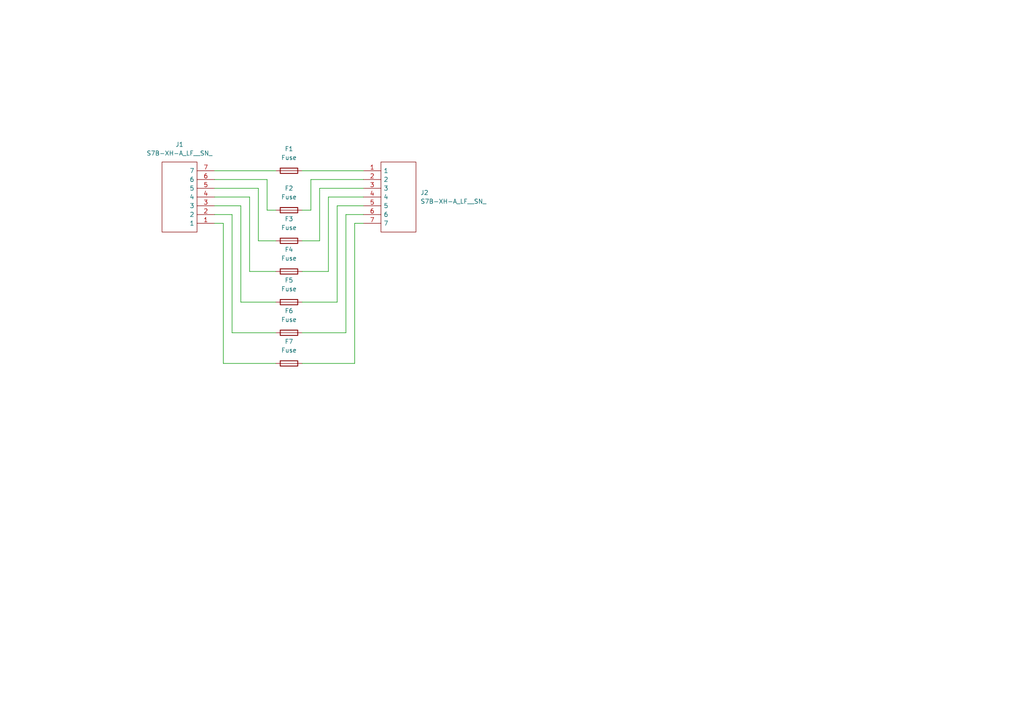
<source format=kicad_sch>
(kicad_sch (version 20230121) (generator eeschema)

  (uuid 37138d2c-05b7-405b-b86c-87feaeb2f6c2)

  (paper "A4")

  (lib_symbols
    (symbol "Device:Fuse" (pin_numbers hide) (pin_names (offset 0)) (in_bom yes) (on_board yes)
      (property "Reference" "F" (at 2.032 0 90)
        (effects (font (size 1.27 1.27)))
      )
      (property "Value" "Fuse" (at -1.905 0 90)
        (effects (font (size 1.27 1.27)))
      )
      (property "Footprint" "" (at -1.778 0 90)
        (effects (font (size 1.27 1.27)) hide)
      )
      (property "Datasheet" "~" (at 0 0 0)
        (effects (font (size 1.27 1.27)) hide)
      )
      (property "ki_keywords" "fuse" (at 0 0 0)
        (effects (font (size 1.27 1.27)) hide)
      )
      (property "ki_description" "Fuse" (at 0 0 0)
        (effects (font (size 1.27 1.27)) hide)
      )
      (property "ki_fp_filters" "*Fuse*" (at 0 0 0)
        (effects (font (size 1.27 1.27)) hide)
      )
      (symbol "Fuse_0_1"
        (rectangle (start -0.762 -2.54) (end 0.762 2.54)
          (stroke (width 0.254) (type default))
          (fill (type none))
        )
        (polyline
          (pts
            (xy 0 2.54)
            (xy 0 -2.54)
          )
          (stroke (width 0) (type default))
          (fill (type none))
        )
      )
      (symbol "Fuse_1_1"
        (pin passive line (at 0 3.81 270) (length 1.27)
          (name "~" (effects (font (size 1.27 1.27))))
          (number "1" (effects (font (size 1.27 1.27))))
        )
        (pin passive line (at 0 -3.81 90) (length 1.27)
          (name "~" (effects (font (size 1.27 1.27))))
          (number "2" (effects (font (size 1.27 1.27))))
        )
      )
    )
    (symbol "SamacSys_Parts:S7B-XH-A_LF__SN_" (pin_names (offset 0.762)) (in_bom yes) (on_board yes)
      (property "Reference" "J" (at 16.51 7.62 0)
        (effects (font (size 1.27 1.27)) (justify left))
      )
      (property "Value" "S7B-XH-A_LF__SN_" (at 16.51 5.08 0)
        (effects (font (size 1.27 1.27)) (justify left))
      )
      (property "Footprint" "SHDRRA7W64P0X250_1X7_1990X1150X610P" (at 16.51 2.54 0)
        (effects (font (size 1.27 1.27)) (justify left) hide)
      )
      (property "Datasheet" "http://uk.rs-online.com/web/p/products/1725001" (at 16.51 0 0)
        (effects (font (size 1.27 1.27)) (justify left) hide)
      )
      (property "Description" "Conn Shrouded Header (4 Sides) HDR 7 POS 2.5mm Solder RA Side Entry Thru-Hole Box" (at 16.51 -2.54 0)
        (effects (font (size 1.27 1.27)) (justify left) hide)
      )
      (property "Height" "6.1" (at 16.51 -5.08 0)
        (effects (font (size 1.27 1.27)) (justify left) hide)
      )
      (property "Manufacturer_Name" "JST (JAPAN SOLDERLESS TERMINALS)" (at 16.51 -7.62 0)
        (effects (font (size 1.27 1.27)) (justify left) hide)
      )
      (property "Manufacturer_Part_Number" "S7B-XH-A(LF)(SN)" (at 16.51 -10.16 0)
        (effects (font (size 1.27 1.27)) (justify left) hide)
      )
      (property "Mouser Part Number" "" (at 16.51 -12.7 0)
        (effects (font (size 1.27 1.27)) (justify left) hide)
      )
      (property "Mouser Price/Stock" "" (at 16.51 -15.24 0)
        (effects (font (size 1.27 1.27)) (justify left) hide)
      )
      (property "Arrow Part Number" "S7B-XH-A(LF)(SN)" (at 16.51 -17.78 0)
        (effects (font (size 1.27 1.27)) (justify left) hide)
      )
      (property "Arrow Price/Stock" "https://www.arrow.com/en/products/s7b-xh-a-lf-sn/jst-manufacturing?region=europe" (at 16.51 -20.32 0)
        (effects (font (size 1.27 1.27)) (justify left) hide)
      )
      (property "Mouser Testing Part Number" "" (at 16.51 -22.86 0)
        (effects (font (size 1.27 1.27)) (justify left) hide)
      )
      (property "Mouser Testing Price/Stock" "" (at 16.51 -25.4 0)
        (effects (font (size 1.27 1.27)) (justify left) hide)
      )
      (property "ki_description" "Conn Shrouded Header (4 Sides) HDR 7 POS 2.5mm Solder RA Side Entry Thru-Hole Box" (at 0 0 0)
        (effects (font (size 1.27 1.27)) hide)
      )
      (symbol "S7B-XH-A_LF__SN__0_0"
        (pin passive line (at 0 0 0) (length 5.08)
          (name "1" (effects (font (size 1.27 1.27))))
          (number "1" (effects (font (size 1.27 1.27))))
        )
        (pin passive line (at 0 -2.54 0) (length 5.08)
          (name "2" (effects (font (size 1.27 1.27))))
          (number "2" (effects (font (size 1.27 1.27))))
        )
        (pin passive line (at 0 -5.08 0) (length 5.08)
          (name "3" (effects (font (size 1.27 1.27))))
          (number "3" (effects (font (size 1.27 1.27))))
        )
        (pin passive line (at 0 -7.62 0) (length 5.08)
          (name "4" (effects (font (size 1.27 1.27))))
          (number "4" (effects (font (size 1.27 1.27))))
        )
        (pin passive line (at 0 -10.16 0) (length 5.08)
          (name "5" (effects (font (size 1.27 1.27))))
          (number "5" (effects (font (size 1.27 1.27))))
        )
        (pin passive line (at 0 -12.7 0) (length 5.08)
          (name "6" (effects (font (size 1.27 1.27))))
          (number "6" (effects (font (size 1.27 1.27))))
        )
        (pin passive line (at 0 -15.24 0) (length 5.08)
          (name "7" (effects (font (size 1.27 1.27))))
          (number "7" (effects (font (size 1.27 1.27))))
        )
      )
      (symbol "S7B-XH-A_LF__SN__0_1"
        (polyline
          (pts
            (xy 5.08 2.54)
            (xy 15.24 2.54)
            (xy 15.24 -17.78)
            (xy 5.08 -17.78)
            (xy 5.08 2.54)
          )
          (stroke (width 0.1524) (type default))
          (fill (type none))
        )
      )
    )
  )


  (wire (pts (xy 100.33 96.52) (xy 87.63 96.52))
    (stroke (width 0) (type default))
    (uuid 03c08c9f-6d1b-4a08-97bb-9acf0f1da72d)
  )
  (wire (pts (xy 64.77 105.41) (xy 80.01 105.41))
    (stroke (width 0) (type default))
    (uuid 0b483e2b-51b8-47d3-bd65-6c43a6f2b164)
  )
  (wire (pts (xy 62.23 49.53) (xy 80.01 49.53))
    (stroke (width 0) (type default))
    (uuid 165e280d-da06-46e5-91ed-46a031db4db3)
  )
  (wire (pts (xy 74.93 54.61) (xy 74.93 69.85))
    (stroke (width 0) (type default))
    (uuid 17c0e4e0-8d06-4164-809d-4d427e6c801f)
  )
  (wire (pts (xy 87.63 49.53) (xy 105.41 49.53))
    (stroke (width 0) (type default))
    (uuid 1bf9f634-4b36-4164-a969-27fac79aac8a)
  )
  (wire (pts (xy 90.17 52.07) (xy 105.41 52.07))
    (stroke (width 0) (type default))
    (uuid 20b58ad0-b055-45b6-a106-87f69fb54759)
  )
  (wire (pts (xy 97.79 87.63) (xy 87.63 87.63))
    (stroke (width 0) (type default))
    (uuid 2e2d68fe-ef15-451f-9ebb-9c8a9916b721)
  )
  (wire (pts (xy 62.23 62.23) (xy 67.31 62.23))
    (stroke (width 0) (type default))
    (uuid 31c4b90b-4ed7-4530-baca-29bb0a9c8cc6)
  )
  (wire (pts (xy 62.23 52.07) (xy 77.47 52.07))
    (stroke (width 0) (type default))
    (uuid 3396b6ef-a0d9-4fe0-9d2c-18e754e4419c)
  )
  (wire (pts (xy 105.41 57.15) (xy 95.25 57.15))
    (stroke (width 0) (type default))
    (uuid 3abb7bd6-f0a3-409e-b825-e7a0f8698b6f)
  )
  (wire (pts (xy 62.23 57.15) (xy 72.39 57.15))
    (stroke (width 0) (type default))
    (uuid 3e2d070a-9790-47d8-a515-55624eea25aa)
  )
  (wire (pts (xy 72.39 78.74) (xy 80.01 78.74))
    (stroke (width 0) (type default))
    (uuid 42f48e9d-dc0c-464c-a8a3-47c93919563d)
  )
  (wire (pts (xy 77.47 60.96) (xy 80.01 60.96))
    (stroke (width 0) (type default))
    (uuid 4dd89cf2-9312-4c03-963c-26c62b3338ff)
  )
  (wire (pts (xy 100.33 62.23) (xy 100.33 96.52))
    (stroke (width 0) (type default))
    (uuid 539cdb09-cc44-4847-a61c-61a804adca8a)
  )
  (wire (pts (xy 77.47 52.07) (xy 77.47 60.96))
    (stroke (width 0) (type default))
    (uuid 5c037bb7-818d-49dc-8c37-768f4ce69d63)
  )
  (wire (pts (xy 74.93 69.85) (xy 80.01 69.85))
    (stroke (width 0) (type default))
    (uuid 6f0c3c70-f889-4ba2-9e08-bc4e7ff78095)
  )
  (wire (pts (xy 95.25 78.74) (xy 87.63 78.74))
    (stroke (width 0) (type default))
    (uuid 71479655-f759-4a5f-aa1b-e1c2e1a613dc)
  )
  (wire (pts (xy 95.25 57.15) (xy 95.25 78.74))
    (stroke (width 0) (type default))
    (uuid 76267096-e867-447b-9e6a-7f9e5a8166dd)
  )
  (wire (pts (xy 67.31 96.52) (xy 80.01 96.52))
    (stroke (width 0) (type default))
    (uuid 782bc08c-810b-4a47-95ad-851dbe639032)
  )
  (wire (pts (xy 62.23 54.61) (xy 74.93 54.61))
    (stroke (width 0) (type default))
    (uuid 99c1d25e-ea98-42fe-92de-ac22b339ddfd)
  )
  (wire (pts (xy 97.79 59.69) (xy 97.79 87.63))
    (stroke (width 0) (type default))
    (uuid a9e29f20-a301-40a3-b905-220420425338)
  )
  (wire (pts (xy 102.87 105.41) (xy 87.63 105.41))
    (stroke (width 0) (type default))
    (uuid b2d9c1cb-b81b-4f23-85fb-6592f4bd7e69)
  )
  (wire (pts (xy 87.63 60.96) (xy 90.17 60.96))
    (stroke (width 0) (type default))
    (uuid b4e3f918-c781-4e56-89fe-f27a285de6e3)
  )
  (wire (pts (xy 64.77 64.77) (xy 64.77 105.41))
    (stroke (width 0) (type default))
    (uuid b525a439-9f9b-4436-a3df-3c6ab986c923)
  )
  (wire (pts (xy 105.41 62.23) (xy 100.33 62.23))
    (stroke (width 0) (type default))
    (uuid b8d6d22f-214f-4d07-ab40-2c8082857ee9)
  )
  (wire (pts (xy 62.23 64.77) (xy 64.77 64.77))
    (stroke (width 0) (type default))
    (uuid bac01678-6be3-45a6-8897-824b7586085a)
  )
  (wire (pts (xy 105.41 59.69) (xy 97.79 59.69))
    (stroke (width 0) (type default))
    (uuid c29ce151-0314-40e9-99eb-2afb2d811576)
  )
  (wire (pts (xy 62.23 59.69) (xy 69.85 59.69))
    (stroke (width 0) (type default))
    (uuid c46c720b-c815-480b-8b6c-c3e07f198d61)
  )
  (wire (pts (xy 69.85 87.63) (xy 80.01 87.63))
    (stroke (width 0) (type default))
    (uuid caa3b70e-b0b1-4ef4-82cd-1898f380840d)
  )
  (wire (pts (xy 105.41 54.61) (xy 92.71 54.61))
    (stroke (width 0) (type default))
    (uuid d18d67d3-5c82-438d-b41e-0891c86e96a8)
  )
  (wire (pts (xy 69.85 59.69) (xy 69.85 87.63))
    (stroke (width 0) (type default))
    (uuid daeebc55-c7e9-419b-a9da-3a013fe70513)
  )
  (wire (pts (xy 92.71 69.85) (xy 87.63 69.85))
    (stroke (width 0) (type default))
    (uuid dfe61bf5-d8c3-4cd2-8dac-ec00d9847012)
  )
  (wire (pts (xy 67.31 62.23) (xy 67.31 96.52))
    (stroke (width 0) (type default))
    (uuid e136ce9e-60e1-4631-af48-03714278afc3)
  )
  (wire (pts (xy 92.71 54.61) (xy 92.71 69.85))
    (stroke (width 0) (type default))
    (uuid ed6a4d5e-2fe5-4500-8831-1a1cf3680619)
  )
  (wire (pts (xy 72.39 57.15) (xy 72.39 78.74))
    (stroke (width 0) (type default))
    (uuid ef183739-76df-4f33-b6cf-d436eb487603)
  )
  (wire (pts (xy 102.87 64.77) (xy 102.87 105.41))
    (stroke (width 0) (type default))
    (uuid f2d0df0c-d99e-479f-a550-ba0bc6b798cc)
  )
  (wire (pts (xy 90.17 60.96) (xy 90.17 52.07))
    (stroke (width 0) (type default))
    (uuid f6f55101-a7f4-4e05-93c5-b34360521db1)
  )
  (wire (pts (xy 105.41 64.77) (xy 102.87 64.77))
    (stroke (width 0) (type default))
    (uuid fa2303a7-13b4-43f1-8692-61204ff19252)
  )

  (symbol (lib_id "Device:Fuse") (at 83.82 105.41 90) (unit 1)
    (in_bom yes) (on_board yes) (dnp no) (fields_autoplaced)
    (uuid 074d4a62-0e40-4941-8a04-b617ac410173)
    (property "Reference" "F7" (at 83.82 99.06 90)
      (effects (font (size 1.27 1.27)))
    )
    (property "Value" "Fuse" (at 83.82 101.6 90)
      (effects (font (size 1.27 1.27)))
    )
    (property "Footprint" "SamacSys_Parts:F-60-A" (at 83.82 107.188 90)
      (effects (font (size 1.27 1.27)) hide)
    )
    (property "Datasheet" "~" (at 83.82 105.41 0)
      (effects (font (size 1.27 1.27)) hide)
    )
    (pin "1" (uuid 9b32faba-7f90-4cab-a2ed-13f94233e1d8))
    (pin "2" (uuid 9d192668-56a5-47a8-a6ee-f77909321c96))
    (instances
      (project "AMS_Fuse"
        (path "/37138d2c-05b7-405b-b86c-87feaeb2f6c2"
          (reference "F7") (unit 1)
        )
      )
    )
  )

  (symbol (lib_id "Device:Fuse") (at 83.82 78.74 90) (unit 1)
    (in_bom yes) (on_board yes) (dnp no) (fields_autoplaced)
    (uuid 0a754503-2252-481b-98c5-43e10584991c)
    (property "Reference" "F4" (at 83.82 72.39 90)
      (effects (font (size 1.27 1.27)))
    )
    (property "Value" "Fuse" (at 83.82 74.93 90)
      (effects (font (size 1.27 1.27)))
    )
    (property "Footprint" "SamacSys_Parts:F-60-A" (at 83.82 80.518 90)
      (effects (font (size 1.27 1.27)) hide)
    )
    (property "Datasheet" "~" (at 83.82 78.74 0)
      (effects (font (size 1.27 1.27)) hide)
    )
    (pin "1" (uuid 0435cdfd-a375-4853-a0c1-79f4c30066fc))
    (pin "2" (uuid dfe360b3-0c12-45a5-96c5-ece94e3e4bf6))
    (instances
      (project "AMS_Fuse"
        (path "/37138d2c-05b7-405b-b86c-87feaeb2f6c2"
          (reference "F4") (unit 1)
        )
      )
    )
  )

  (symbol (lib_id "SamacSys_Parts:S7B-XH-A_LF__SN_") (at 62.23 64.77 180) (unit 1)
    (in_bom yes) (on_board yes) (dnp no) (fields_autoplaced)
    (uuid 345a68d9-b396-48a8-8811-941504dc3890)
    (property "Reference" "J1" (at 52.07 41.91 0)
      (effects (font (size 1.27 1.27)))
    )
    (property "Value" "S7B-XH-A_LF__SN_" (at 52.07 44.45 0)
      (effects (font (size 1.27 1.27)))
    )
    (property "Footprint" "SHDRRA7W64P0X250_1X7_1990X1150X610P" (at 45.72 67.31 0)
      (effects (font (size 1.27 1.27)) (justify left) hide)
    )
    (property "Datasheet" "http://uk.rs-online.com/web/p/products/1725001" (at 45.72 64.77 0)
      (effects (font (size 1.27 1.27)) (justify left) hide)
    )
    (property "Description" "Conn Shrouded Header (4 Sides) HDR 7 POS 2.5mm Solder RA Side Entry Thru-Hole Box" (at 45.72 62.23 0)
      (effects (font (size 1.27 1.27)) (justify left) hide)
    )
    (property "Height" "6.1" (at 45.72 59.69 0)
      (effects (font (size 1.27 1.27)) (justify left) hide)
    )
    (property "Manufacturer_Name" "JST (JAPAN SOLDERLESS TERMINALS)" (at 45.72 57.15 0)
      (effects (font (size 1.27 1.27)) (justify left) hide)
    )
    (property "Manufacturer_Part_Number" "S7B-XH-A(LF)(SN)" (at 45.72 54.61 0)
      (effects (font (size 1.27 1.27)) (justify left) hide)
    )
    (property "Mouser Part Number" "" (at 45.72 52.07 0)
      (effects (font (size 1.27 1.27)) (justify left) hide)
    )
    (property "Mouser Price/Stock" "" (at 45.72 49.53 0)
      (effects (font (size 1.27 1.27)) (justify left) hide)
    )
    (property "Arrow Part Number" "S7B-XH-A(LF)(SN)" (at 45.72 46.99 0)
      (effects (font (size 1.27 1.27)) (justify left) hide)
    )
    (property "Arrow Price/Stock" "https://www.arrow.com/en/products/s7b-xh-a-lf-sn/jst-manufacturing?region=europe" (at 45.72 44.45 0)
      (effects (font (size 1.27 1.27)) (justify left) hide)
    )
    (property "Mouser Testing Part Number" "" (at 45.72 41.91 0)
      (effects (font (size 1.27 1.27)) (justify left) hide)
    )
    (property "Mouser Testing Price/Stock" "" (at 45.72 39.37 0)
      (effects (font (size 1.27 1.27)) (justify left) hide)
    )
    (pin "1" (uuid 71f1de4e-5c71-4684-b2d4-786f549f9765))
    (pin "2" (uuid 5ee5c57c-09c7-4b49-b513-21350e7944b3))
    (pin "3" (uuid d20402bd-9582-444c-b185-06b5b2ac7b6f))
    (pin "4" (uuid 69f42c6d-4d7d-4101-bf37-5bdf576ca89f))
    (pin "5" (uuid b160bb86-ba33-4fe5-bbf5-f7901bc1799b))
    (pin "6" (uuid e9b0c641-fa69-4c51-9278-a9262fe156c7))
    (pin "7" (uuid ebf89d8f-2eba-432d-accc-ba6f29df0a3f))
    (instances
      (project "AMS_Fuse"
        (path "/37138d2c-05b7-405b-b86c-87feaeb2f6c2"
          (reference "J1") (unit 1)
        )
      )
    )
  )

  (symbol (lib_id "SamacSys_Parts:S7B-XH-A_LF__SN_") (at 105.41 49.53 0) (unit 1)
    (in_bom yes) (on_board yes) (dnp no) (fields_autoplaced)
    (uuid 4acdd547-b9ce-41d9-b0f6-1efaf6bb6146)
    (property "Reference" "J2" (at 121.92 55.8799 0)
      (effects (font (size 1.27 1.27)) (justify left))
    )
    (property "Value" "S7B-XH-A_LF__SN_" (at 121.92 58.4199 0)
      (effects (font (size 1.27 1.27)) (justify left))
    )
    (property "Footprint" "SHDRRA7W64P0X250_1X7_1990X1150X610P" (at 121.92 46.99 0)
      (effects (font (size 1.27 1.27)) (justify left) hide)
    )
    (property "Datasheet" "http://uk.rs-online.com/web/p/products/1725001" (at 121.92 49.53 0)
      (effects (font (size 1.27 1.27)) (justify left) hide)
    )
    (property "Description" "Conn Shrouded Header (4 Sides) HDR 7 POS 2.5mm Solder RA Side Entry Thru-Hole Box" (at 121.92 52.07 0)
      (effects (font (size 1.27 1.27)) (justify left) hide)
    )
    (property "Height" "6.1" (at 121.92 54.61 0)
      (effects (font (size 1.27 1.27)) (justify left) hide)
    )
    (property "Manufacturer_Name" "JST (JAPAN SOLDERLESS TERMINALS)" (at 121.92 57.15 0)
      (effects (font (size 1.27 1.27)) (justify left) hide)
    )
    (property "Manufacturer_Part_Number" "S7B-XH-A(LF)(SN)" (at 121.92 59.69 0)
      (effects (font (size 1.27 1.27)) (justify left) hide)
    )
    (property "Mouser Part Number" "" (at 121.92 62.23 0)
      (effects (font (size 1.27 1.27)) (justify left) hide)
    )
    (property "Mouser Price/Stock" "" (at 121.92 64.77 0)
      (effects (font (size 1.27 1.27)) (justify left) hide)
    )
    (property "Arrow Part Number" "S7B-XH-A(LF)(SN)" (at 121.92 67.31 0)
      (effects (font (size 1.27 1.27)) (justify left) hide)
    )
    (property "Arrow Price/Stock" "https://www.arrow.com/en/products/s7b-xh-a-lf-sn/jst-manufacturing?region=europe" (at 121.92 69.85 0)
      (effects (font (size 1.27 1.27)) (justify left) hide)
    )
    (property "Mouser Testing Part Number" "" (at 121.92 72.39 0)
      (effects (font (size 1.27 1.27)) (justify left) hide)
    )
    (property "Mouser Testing Price/Stock" "" (at 121.92 74.93 0)
      (effects (font (size 1.27 1.27)) (justify left) hide)
    )
    (pin "1" (uuid ff836cb3-d5f3-4db4-8bb8-8f60081cd62f))
    (pin "2" (uuid 0bc05c9d-dba7-43a1-a1bd-37cca1e223f5))
    (pin "3" (uuid c05d149f-a170-4b5b-829c-9d54ccb9bda0))
    (pin "4" (uuid d6632fd1-a80f-42b0-8b54-46dce1c23c9b))
    (pin "5" (uuid bed326a5-76ec-4b68-94d0-cb9654d63bbe))
    (pin "6" (uuid 195008bf-7f0d-4f99-90c4-09abe3210115))
    (pin "7" (uuid 6dd5554c-aa86-44ad-a0e2-7c24f03d7e8d))
    (instances
      (project "AMS_Fuse"
        (path "/37138d2c-05b7-405b-b86c-87feaeb2f6c2"
          (reference "J2") (unit 1)
        )
      )
    )
  )

  (symbol (lib_id "Device:Fuse") (at 83.82 96.52 90) (unit 1)
    (in_bom yes) (on_board yes) (dnp no) (fields_autoplaced)
    (uuid 81f55ba2-317a-400e-9e73-ce6834682ede)
    (property "Reference" "F6" (at 83.82 90.17 90)
      (effects (font (size 1.27 1.27)))
    )
    (property "Value" "Fuse" (at 83.82 92.71 90)
      (effects (font (size 1.27 1.27)))
    )
    (property "Footprint" "SamacSys_Parts:F-60-A" (at 83.82 98.298 90)
      (effects (font (size 1.27 1.27)) hide)
    )
    (property "Datasheet" "~" (at 83.82 96.52 0)
      (effects (font (size 1.27 1.27)) hide)
    )
    (pin "1" (uuid 345b0637-2ff8-42ea-b551-71ad433af147))
    (pin "2" (uuid bc9501ce-f7d1-43af-a531-4ca24860e01c))
    (instances
      (project "AMS_Fuse"
        (path "/37138d2c-05b7-405b-b86c-87feaeb2f6c2"
          (reference "F6") (unit 1)
        )
      )
    )
  )

  (symbol (lib_id "Device:Fuse") (at 83.82 60.96 90) (unit 1)
    (in_bom yes) (on_board yes) (dnp no) (fields_autoplaced)
    (uuid 93b9ae64-083f-4afa-834a-d2e7cb1e31fd)
    (property "Reference" "F2" (at 83.82 54.61 90)
      (effects (font (size 1.27 1.27)))
    )
    (property "Value" "Fuse" (at 83.82 57.15 90)
      (effects (font (size 1.27 1.27)))
    )
    (property "Footprint" "SamacSys_Parts:F-60-A" (at 83.82 62.738 90)
      (effects (font (size 1.27 1.27)) hide)
    )
    (property "Datasheet" "~" (at 83.82 60.96 0)
      (effects (font (size 1.27 1.27)) hide)
    )
    (pin "1" (uuid 9223e03a-9cbb-4ef4-98ec-46a4a2da2d89))
    (pin "2" (uuid b33b3c5d-f2df-4c81-961c-8ffb1d5cbc39))
    (instances
      (project "AMS_Fuse"
        (path "/37138d2c-05b7-405b-b86c-87feaeb2f6c2"
          (reference "F2") (unit 1)
        )
      )
    )
  )

  (symbol (lib_id "Device:Fuse") (at 83.82 69.85 90) (unit 1)
    (in_bom yes) (on_board yes) (dnp no) (fields_autoplaced)
    (uuid b67c8545-c394-48e9-83f3-a5235de553aa)
    (property "Reference" "F3" (at 83.82 63.5 90)
      (effects (font (size 1.27 1.27)))
    )
    (property "Value" "Fuse" (at 83.82 66.04 90)
      (effects (font (size 1.27 1.27)))
    )
    (property "Footprint" "SamacSys_Parts:F-60-A" (at 83.82 71.628 90)
      (effects (font (size 1.27 1.27)) hide)
    )
    (property "Datasheet" "~" (at 83.82 69.85 0)
      (effects (font (size 1.27 1.27)) hide)
    )
    (pin "1" (uuid bb74027a-e71b-4829-ba38-59aee27be013))
    (pin "2" (uuid 51644b4c-2d28-4264-97af-2291e4f16e3d))
    (instances
      (project "AMS_Fuse"
        (path "/37138d2c-05b7-405b-b86c-87feaeb2f6c2"
          (reference "F3") (unit 1)
        )
      )
    )
  )

  (symbol (lib_id "Device:Fuse") (at 83.82 49.53 90) (unit 1)
    (in_bom yes) (on_board yes) (dnp no) (fields_autoplaced)
    (uuid b71012b3-a004-4a30-9d74-ae003b7b0e36)
    (property "Reference" "F1" (at 83.82 43.18 90)
      (effects (font (size 1.27 1.27)))
    )
    (property "Value" "Fuse" (at 83.82 45.72 90)
      (effects (font (size 1.27 1.27)))
    )
    (property "Footprint" "SamacSys_Parts:F-60-A" (at 83.82 51.308 90)
      (effects (font (size 1.27 1.27)) hide)
    )
    (property "Datasheet" "~" (at 83.82 49.53 0)
      (effects (font (size 1.27 1.27)) hide)
    )
    (pin "1" (uuid 5dceeb91-04a7-4a47-a528-0ff61cfb4b57))
    (pin "2" (uuid 12355b72-ca97-45ad-a0e6-82a411c1537b))
    (instances
      (project "AMS_Fuse"
        (path "/37138d2c-05b7-405b-b86c-87feaeb2f6c2"
          (reference "F1") (unit 1)
        )
      )
    )
  )

  (symbol (lib_id "Device:Fuse") (at 83.82 87.63 90) (unit 1)
    (in_bom yes) (on_board yes) (dnp no) (fields_autoplaced)
    (uuid f7cd80a9-0711-4089-b469-4b8799a3fa86)
    (property "Reference" "F5" (at 83.82 81.28 90)
      (effects (font (size 1.27 1.27)))
    )
    (property "Value" "Fuse" (at 83.82 83.82 90)
      (effects (font (size 1.27 1.27)))
    )
    (property "Footprint" "SamacSys_Parts:F-60-A" (at 83.82 89.408 90)
      (effects (font (size 1.27 1.27)) hide)
    )
    (property "Datasheet" "~" (at 83.82 87.63 0)
      (effects (font (size 1.27 1.27)) hide)
    )
    (pin "1" (uuid 7398a423-4485-4fe6-8a3e-0d31f895cbe2))
    (pin "2" (uuid 13f8056d-ef57-4a00-81f0-f1a0b0fa6346))
    (instances
      (project "AMS_Fuse"
        (path "/37138d2c-05b7-405b-b86c-87feaeb2f6c2"
          (reference "F5") (unit 1)
        )
      )
    )
  )

  (sheet_instances
    (path "/" (page "1"))
  )
)

</source>
